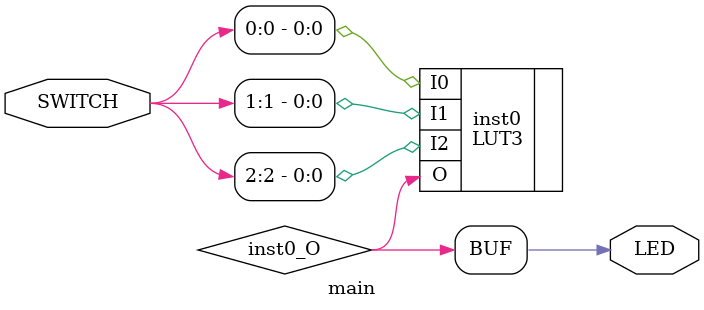
<source format=v>
module main (output  LED, input [2:0] SWITCH);
wire  inst0_O;
LUT3 #(.INIT(8'hCA)) inst0 (.I0(SWITCH[0]), .I1(SWITCH[1]), .I2(SWITCH[2]), .O(inst0_O));
assign LED = inst0_O;
endmodule


</source>
